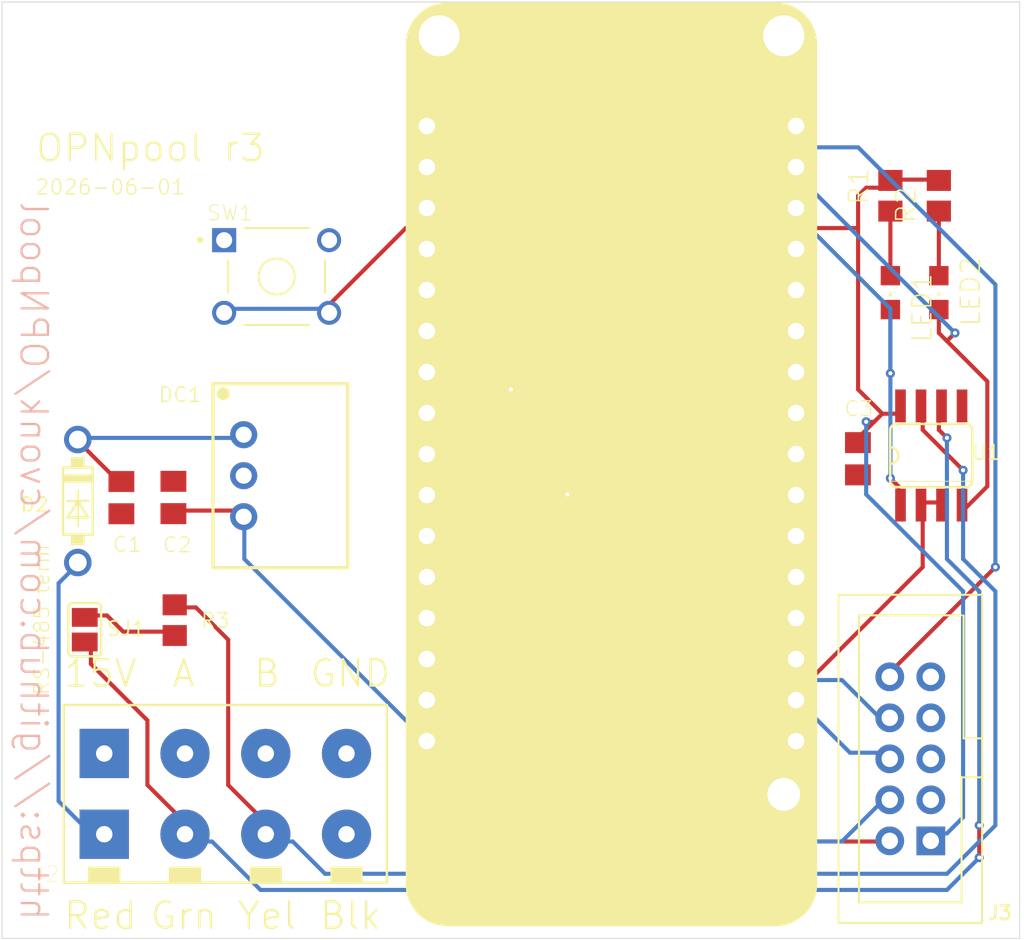
<source format=kicad_pcb>
(kicad_pcb (version 20241229) (generator "pcbnew") (generator_version "9.0")
  (layers (0 "F.Cu" signal) (2 "B.Cu" signal) (13 "F.Paste" user) (15 "B.Paste" user) (5 "F.SilkS" user "F.Silkscreen") (7 "B.SilkS" user "B.Silkscreen") (1 "F.Mask" user) (3 "B.Mask" user) (25 "Edge.Cuts" user))
  (net 0 "")
  (net 1 "GND")
  (net 2 "N$5")
  (net 3 "15V")
  (net 4 "JTAG_MS")
  (net 5 "JTAG_CK")
  (net 6 "JTAG_DO")
  (net 7 "JTAG_DI")
  (net 8 "JTAG_~{RST}")
  (net 9 "RX2")
  (net 10 "B")
  (net 11 "A")
  (net 12 "VOUT")
  (net 13 "VIN")
  (net 14 "TX")
  (net 15 "RTS")
  (net 16 "3V3")
  (net 17 "N$3")
  (net 18 "N$1")
  (net 19 "N$2")
  (footprint "OPNpool_r3:dummyfp1" (layer "F.Cu") (at 175.8011 80.0036)
    (property "Reference" "UNK_HOLE_1" (hide yes))
    (property "Value" "")
    (pad "" np_thru_hole circle (at 0 0) (size 4 4) (drill 4) (layers "*.Cu" "*.Mask"))
  )
  (footprint "OPNpool_r3:R0805_334" (layer "F.Cu") (at 175.0011 88.0036 90)
    (property "Reference" "R2" (at 0.635 -2.73 90) (layer "F.SilkS") (effects (font (size 1.176528 1.176528) (thickness 0.093472)) (justify right top)))
    (property "Value" "68Ω" (hide yes))
    (pad "1" smd rect (at -0.95 0 90) (size 1.3 1.5) (layers "F.Cu" "F.Mask" "F.Paste") (net 19 "N$2"))
    (pad "2" smd rect (at 0.95 0 90) (size 1.3 1.5) (layers "F.Cu" "F.Mask" "F.Paste") (net 16 "3V3"))
  )
  (footprint "OPNpool_r3:CHIPLED_0805" (layer "F.Cu") (at 172.0011 94.0036 180)
    (property "Reference" "LED1" (at -1.27 1.27 90) (layer "F.SilkS") (effects (font (size 1.176528 1.176528) (thickness 0.093472)) (justify right top)))
    (property "Value" "RX")
    (fp_poly (pts (xy -0.1 0) (xy 0.1 0) (xy 0.1 -0.2) (xy -0.1 -0.2)) (fill yes) (layer "F.SilkS"))
    (pad "A" smd rect (at 0 1.05 180) (size 1.2 1.2) (layers "F.Cu" "F.Mask" "F.Paste") (net 18 "N$1"))
    (pad "C" smd rect (at 0 -1.05 180) (size 1.2 1.2) (layers "F.Cu" "F.Mask" "F.Paste") (net 9 "RX2"))
  )
  (footprint "OPNpool_r3:2X05_SHROUDED" (layer "F.Cu") (at 173.2311 122.8836 90)
    (property "Reference" "J3" (at -9.048 6.383 0) (layer "F.SilkS") (effects (font (size 0.850038 0.850038) (thickness 0.149962)) (justify right top)))
    (property "Value" "ESP-JTAG-2X05")
    (fp_line (start 10.16 -4.445) (end -10.16 -4.445) (stroke (width 0.127)) (layer "F.SilkS"))
    (fp_line (start -10.16 -4.445) (end -10.16 4.445) (stroke (width 0.127)) (layer "F.SilkS"))
    (fp_line (start 8.89 -3.175) (end -8.89 -3.175) (stroke (width 0.127)) (layer "F.SilkS"))
    (fp_line (start -8.89 -3.175) (end -8.89 3.175) (stroke (width 0.127)) (layer "F.SilkS"))
    (fp_line (start 8.89 3.175) (end 8.89 -3.175) (stroke (width 0.127)) (layer "F.SilkS"))
    (fp_line (start -1.143 3.175) (end -1.143 4.445) (stroke (width 0.127)) (layer "F.SilkS"))
    (fp_line (start -8.89 3.175) (end -1.143 3.175) (stroke (width 0.127)) (layer "F.SilkS"))
    (fp_line (start 8.89 3.302) (end 1.27 3.302) (stroke (width 0.127)) (layer "F.SilkS"))
    (fp_line (start 1.27 3.302) (end 1.27 4.445) (stroke (width 0.127)) (layer "F.SilkS"))
    (fp_line (start 10.16 4.445) (end 10.16 -4.445) (stroke (width 0.127)) (layer "F.SilkS"))
    (fp_line (start 1.27 4.445) (end 10.16 4.445) (stroke (width 0.127)) (layer "F.SilkS"))
    (fp_line (start -1.143 4.445) (end 1.27 4.445) (stroke (width 0.127)) (layer "F.SilkS"))
    (fp_line (start -1.143 4.445) (end -10.16 4.445) (stroke (width 0.127)) (layer "F.SilkS"))
    (pad "1" thru_hole rect (at -5.08 1.27 90) (size 1.778 1.778) (drill 1.016) (layers "*.Cu" "*.Mask") (net 16 "3V3"))
    (pad "2" thru_hole circle (at -5.08 -1.27 90) (size 1.778 1.778) (drill 1.016) (layers "*.Cu" "*.Mask") (net 4 "JTAG_MS"))
    (pad "3" thru_hole circle (at -2.54 1.27 90) (size 1.778 1.778) (drill 1.016) (layers "*.Cu" "*.Mask") (net 1 "GND"))
    (pad "4" thru_hole circle (at -2.54 -1.27 90) (size 1.778 1.778) (drill 1.016) (layers "*.Cu" "*.Mask") (net 5 "JTAG_CK"))
    (pad "5" thru_hole circle (at 0 1.27 90) (size 1.778 1.778) (drill 1.016) (layers "*.Cu" "*.Mask") (net 1 "GND"))
    (pad "6" thru_hole circle (at 0 -1.27 90) (size 1.778 1.778) (drill 1.016) (layers "*.Cu" "*.Mask") (net 6 "JTAG_DO"))
    (pad "7" thru_hole circle (at 2.54 1.27 90) (size 1.778 1.778) (drill 1.016) (layers "*.Cu" "*.Mask") (net 1 "GND"))
    (pad "8" thru_hole circle (at 2.54 -1.27 90) (size 1.778 1.778) (drill 1.016) (layers "*.Cu" "*.Mask") (net 7 "JTAG_DI"))
    (pad "9" thru_hole circle (at 5.08 1.27 90) (size 1.778 1.778) (drill 1.016) (layers "*.Cu" "*.Mask") (net 1 "GND"))
    (pad "10" thru_hole circle (at 5.08 -1.27 90) (size 1.778 1.778) (drill 1.016) (layers "*.Cu" "*.Mask") (net 8 "JTAG_~{RST}"))
  )
  (footprint "OPNpool_r3:C0805K_334" (layer "F.Cu") (at 127.6111 106.6936 90)
    (property "Reference" "C2" (at -3.475 -0.72 0) (layer "F.SilkS") (effects (font (size 0.925222 0.925222) (thickness 0.074778)) (justify left bottom)))
    (property "Value" "10uF mlcc" (hide yes))
    (pad "1" smd rect (at -1 0 90) (size 1.3 1.6) (layers "F.Cu" "F.Mask" "F.Paste") (net 12 "VOUT"))
    (pad "2" smd rect (at 1 0 90) (size 1.3 1.6) (layers "F.Cu" "F.Mask" "F.Paste") (net 1 "GND"))
  )
  (footprint "OPNpool_r3:R0805_334" (layer "F.Cu") (at 127.6911 114.2936 -90)
    (property "Reference" "R3" (at 0.55 -1.565 0) (layer "F.SilkS") (effects (font (size 0.906528 0.906528) (thickness 0.093472)) (justify left bottom)))
    (property "Value" "120Ω" (hide yes))
    (pad "1" smd rect (at -0.95 0 270) (size 1.3 1.5) (layers "F.Cu" "F.Mask" "F.Paste") (net 10 "B"))
    (pad "2" smd rect (at 0.95 0 270) (size 1.3 1.5) (layers "F.Cu" "F.Mask" "F.Paste") (net 2 "N$5"))
  )
  (footprint "OPNpool_r3:R0805_334" (layer "F.Cu") (at 172.0011 88.0036 90)
    (property "Reference" "R1" (at -0.635 -1.27 90) (layer "F.SilkS") (effects (font (size 1.176528 1.176528) (thickness 0.093472)) (justify left bottom)))
    (property "Value" "68Ω" (hide yes))
    (pad "1" smd rect (at -0.95 0 90) (size 1.3 1.5) (layers "F.Cu" "F.Mask" "F.Paste") (net 18 "N$1"))
    (pad "2" smd rect (at 0.95 0 90) (size 1.3 1.5) (layers "F.Cu" "F.Mask" "F.Paste") (net 16 "3V3"))
  )
  (footprint "OPNpool_r3:C0805K_334" (layer "F.Cu") (at 124.3911 106.7036 -90)
    (property "Reference" "C1" (at 3.435 0.59 0) (layer "F.SilkS") (effects (font (size 0.925222 0.925222) (thickness 0.074778)) (justify left bottom)))
    (property "Value" "10uF mlcc 25V" (hide yes))
    (pad "1" smd rect (at -1 0 270) (size 1.3 1.6) (layers "F.Cu" "F.Mask" "F.Paste") (net 13 "VIN"))
    (pad "2" smd rect (at 1 0 270) (size 1.3 1.6) (layers "F.Cu" "F.Mask" "F.Paste") (net 1 "GND"))
  )
  (footprint "OPNpool_r3:C0805K_334" (layer "F.Cu") (at 169.9911 104.2936 -90)
    (property "Reference" "C3" (at -2.555 0.9 0) (layer "F.SilkS") (effects (font (size 0.925222 0.925222) (thickness 0.074778)) (justify left bottom)))
    (property "Value" "0.1uF cer." (hide yes))
    (pad "1" smd rect (at -1 0 270) (size 1.3 1.6) (layers "F.Cu" "F.Mask" "F.Paste") (net 16 "3V3"))
    (pad "2" smd rect (at 1 0 270) (size 1.3 1.6) (layers "F.Cu" "F.Mask" "F.Paste") (net 1 "GND"))
  )
  (footprint "OPNpool_r3:SO08" (layer "F.Cu") (at 174.5311 104.0936)
    (property "Reference" "U1" (at 4.365 -0.699 0) (layer "F.SilkS") (effects (font (size 0.8857 0.8857) (thickness 0.1143)) (justify right top)))
    (property "Value" "MAX3485CSA+" (hide yes))
    (fp_line (start -2.54 -1.5748) (end -2.54 -0.508) (stroke (width 0.1524)) (layer "F.SilkS"))
    (fp_line (start -2.54 -0.508) (end -2.54 0.508) (stroke (width 0.1524)) (layer "F.SilkS"))
    (fp_line (start -2.54 0.508) (end -2.54 1.5748) (stroke (width 0.1524)) (layer "F.SilkS"))
    (fp_line (start -2.54 1.6002) (end 2.54 1.6002) (stroke (width 0.0508)) (layer "F.SilkS"))
    (fp_line (start -2.159 1.9558) (end 2.159 1.9558) (stroke (width 0.1524)) (layer "F.SilkS"))
    (fp_line (start 2.159 -1.9558) (end -2.159 -1.9558) (stroke (width 0.1524)) (layer "F.SilkS"))
    (fp_line (start 2.54 1.5748) (end 2.54 -1.5748) (stroke (width 0.1524)) (layer "F.SilkS"))
    (fp_arc (start -2.54 -1.5748) (mid -2.428408 -1.844208) (end -2.159 -1.9558) (stroke (width 0.1524)) (layer "F.SilkS"))
    (fp_arc (start -2.54 -0.508) (mid -2.032 0) (end -2.54 0.508) (stroke (width 0.1524)) (layer "F.SilkS"))
    (fp_arc (start -2.159 1.9558) (mid -2.428408 1.844208) (end -2.54 1.5748) (stroke (width 0.1524)) (layer "F.SilkS"))
    (fp_arc (start 2.159 -1.9558) (mid 2.428408 -1.844208) (end 2.54 -1.5748) (stroke (width 0.1524)) (layer "F.SilkS"))
    (fp_arc (start 2.54 1.5748) (mid 2.428408 1.844208) (end 2.159 1.9558) (stroke (width 0.1524)) (layer "F.SilkS"))
    (pad "1" smd rect (at -1.905 3.0734) (size 0.6604 2.032) (layers "F.Cu" "F.Mask" "F.Paste") (net 9 "RX2"))
    (pad "2" smd rect (at -0.635 3.0734) (size 0.6604 2.032) (layers "F.Cu" "F.Mask" "F.Paste") (net 15 "RTS"))
    (pad "3" smd rect (at 0.635 3.0734) (size 0.6604 2.032) (layers "F.Cu" "F.Mask" "F.Paste") (net 15 "RTS"))
    (pad "4" smd rect (at 1.905 3.0734) (size 0.6604 2.032) (layers "F.Cu" "F.Mask" "F.Paste") (net 14 "TX"))
    (pad "5" smd rect (at 1.905 -3.0734) (size 0.6604 2.032) (layers "F.Cu" "F.Mask" "F.Paste") (net 1 "GND"))
    (pad "6" smd rect (at 0.635 -3.0734) (size 0.6604 2.032) (layers "F.Cu" "F.Mask" "F.Paste") (net 11 "A"))
    (pad "7" smd rect (at -0.635 -3.0734) (size 0.6604 2.032) (layers "F.Cu" "F.Mask" "F.Paste") (net 10 "B"))
    (pad "8" smd rect (at -1.905 -3.0734) (size 0.6604 2.032) (layers "F.Cu" "F.Mask" "F.Paste") (net 16 "3V3"))
  )
  (footprint "OPNpool_r3:TE_1-1825910-4" (layer "F.Cu") (at 134.0011 93.0036)
    (property "Reference" "SW1" (at -4.357082 -3.386059 0) (layer "F.SilkS") (effects (font (size 0.941046 0.941046) (thickness 0.058954)) (justify left bottom)))
    (property "Value" "Factory (5 sec)")
    (fp_line (start -3 -1) (end -3 1) (stroke (width 0.127)) (layer "F.SilkS"))
    (fp_line (start -2 -3) (end 2 -3) (stroke (width 0.127)) (layer "F.SilkS"))
    (fp_line (start -2 3) (end 2 3) (stroke (width 0.127)) (layer "F.SilkS"))
    (fp_line (start 3 -1) (end 3 1) (stroke (width 0.127)) (layer "F.SilkS"))
    (fp_circle (center -4.733 -2.2711) (end -4.633 -2.2711) (stroke (width 0.2)) (fill no) (layer "F.SilkS"))
    (fp_circle (center 0 0) (end 1.118031 0) (stroke (width 0.127)) (fill no) (layer "F.SilkS"))
    (pad "1" thru_hole rect (at -3.25 -2.25) (size 1.485 1.485) (drill 0.99) (layers "*.Cu" "*.Mask") (net 1 "GND"))
    (pad "2" thru_hole circle (at 3.25 -2.25) (size 1.485 1.485) (drill 0.99) (layers "*.Cu" "*.Mask") (net 1 "GND"))
    (pad "3" thru_hole circle (at -3.25 2.25) (size 1.485 1.485) (drill 0.99) (layers "*.Cu" "*.Mask") (net 17 "N$3"))
    (pad "4" thru_hole circle (at 3.25 2.25) (size 1.485 1.485) (drill 0.99) (layers "*.Cu" "*.Mask") (net 17 "N$3"))
  )
  (footprint "OPNpool_r3:SJ_252" (layer "F.Cu") (at 122.1211 114.8836 -90)
    (property "Reference" "SJ1" (at 0.457 -1.309 0) (layer "F.SilkS") (effects (font (size 0.8857 0.8857) (thickness 0.1143)) (justify left bottom)))
    (property "Value" "OPEN")
    (fp_line (start 1.397 1.016) (end -1.397 1.016) (stroke (width 0.1524)) (layer "F.SilkS"))
    (fp_line (start -1.651 0.762) (end -1.651 -0.762) (stroke (width 0.1524)) (layer "F.SilkS"))
    (fp_line (start 1.651 0.762) (end 1.651 -0.762) (stroke (width 0.1524)) (layer "F.SilkS"))
    (fp_line (start -1.397 -1.016) (end 1.397 -1.016) (stroke (width 0.1524)) (layer "F.SilkS"))
    (fp_arc (start -1.397 1.016) (mid -1.576605 0.941605) (end -1.651 0.762) (stroke (width 0.1524)) (layer "F.SilkS"))
    (fp_arc (start 1.651 0.762) (mid 1.576605 0.941605) (end 1.397 1.016) (stroke (width 0.1524)) (layer "F.SilkS"))
    (fp_arc (start -1.651 -0.762) (mid -1.576605 -0.941605) (end -1.397 -1.016) (stroke (width 0.1524)) (layer "F.SilkS"))
    (fp_arc (start 1.397 -1.016) (mid 1.576605 -0.941605) (end 1.651 -0.762) (stroke (width 0.1524)) (layer "F.SilkS"))
    (pad "1" smd rect (at -0.762 0 270) (size 1.1684 1.6002) (layers "F.Cu" "F.Mask" "F.Paste") (net 2 "N$5"))
    (pad "2" smd rect (at 0.762 0 270) (size 1.1684 1.6002) (layers "F.Cu" "F.Mask" "F.Paste") (net 11 "A"))
  )
  (footprint "OPNpool_r3:SPTAF1_4-5,0-LL" (layer "F.Cu") (at 131.0411 125.0136)
    (property "Reference" "J2" (at -12.143 5.58 0) (layer "F.SilkS") (effects (font (size 0.970089 0.970089) (thickness 0.029911)) (justify left bottom)))
    (property "Value" "RS485-TERM-SPTAF")
    (fp_line (start -10.213 -5.46) (end -10.213 5.54) (stroke (width 0.1524)) (layer "F.SilkS"))
    (fp_line (start -10.213 5.54) (end 9.787 5.54) (stroke (width 0.1524)) (layer "F.SilkS"))
    (fp_line (start 9.787 -5.46) (end -10.213 -5.46) (stroke (width 0.1524)) (layer "F.SilkS"))
    (fp_line (start 9.787 5.54) (end 9.787 -5.46) (stroke (width 0.1524)) (layer "F.SilkS"))
    (fp_poly (pts (xy -6.713 4.54) (xy -8.713 4.54) (xy -8.713 5.54) (xy -6.713 5.54)) (fill yes) (layer "F.SilkS"))
    (fp_poly (pts (xy -1.713 4.54) (xy -3.713 4.54) (xy -3.713 5.54) (xy -1.713 5.54)) (fill yes) (layer "F.SilkS"))
    (fp_poly (pts (xy 3.287 4.54) (xy 1.287 4.54) (xy 1.287 5.54) (xy 3.287 5.54)) (fill yes) (layer "F.SilkS"))
    (fp_poly (pts (xy 8.287 4.54) (xy 6.287 4.54) (xy 6.287 5.54) (xy 8.287 5.54)) (fill yes) (layer "F.SilkS"))
    (fp_text user "GND" (at 7.527 -6.46 0) (layer "F.SilkS") (effects (font (size 1.63576 1.63576) (thickness 0.14224)) (justify bottom)))
    (fp_text user "Yel" (at 2.367 8.54 0) (layer "F.SilkS") (effects (font (size 1.63576 1.63576) (thickness 0.14224)) (justify bottom)))
    (fp_text user "Grn" (at -2.793 8.54 0) (layer "F.SilkS") (effects (font (size 1.63576 1.63576) (thickness 0.14224)) (justify bottom)))
    (fp_text user "Red" (at -7.953 8.54 0) (layer "F.SilkS") (effects (font (size 1.63576 1.63576) (thickness 0.14224)) (justify bottom)))
    (fp_text user "B" (at 2.367 -6.46 0) (layer "F.SilkS") (effects (font (size 1.63576 1.63576) (thickness 0.14224)) (justify bottom)))
    (fp_text user "15V" (at -7.953 -6.46 0) (layer "F.SilkS") (effects (font (size 1.63576 1.63576) (thickness 0.14224)) (justify bottom)))
    (fp_text user "Blk" (at 7.527 8.54 0) (layer "F.SilkS") (effects (font (size 1.63576 1.63576) (thickness 0.14224)) (justify bottom)))
    (fp_text user "A" (at -2.793 -6.46 0) (layer "F.SilkS") (effects (font (size 1.63576 1.63576) (thickness 0.14224)) (justify bottom)))
    (pad "1" thru_hole rect (at -7.713 2.54 180) (size 3.048 3.048) (drill 1.016) (layers "*.Cu" "*.Mask") (net 3 "15V"))
    (pad "1@1" thru_hole rect (at -7.713 -2.46 180) (size 3.048 3.048) (drill 1.016) (layers "*.Cu" "*.Mask"))
    (pad "2" thru_hole circle (at -2.713 2.54 180) (size 3.048 3.048) (drill 1.016) (layers "*.Cu" "*.Mask") (net 11 "A"))
    (pad "2@1" thru_hole circle (at -2.713 -2.46 180) (size 3.048 3.048) (drill 1.016) (layers "*.Cu" "*.Mask"))
    (pad "3" thru_hole circle (at 2.287 2.54 180) (size 3.048 3.048) (drill 1.016) (layers "*.Cu" "*.Mask") (net 10 "B"))
    (pad "3@1" thru_hole circle (at 2.287 -2.46 180) (size 3.048 3.048) (drill 1.016) (layers "*.Cu" "*.Mask"))
    (pad "4" thru_hole circle (at 7.287 2.54 180) (size 3.048 3.048) (drill 1.016) (layers "*.Cu" "*.Mask") (net 1 "GND"))
    (pad "4@1" thru_hole circle (at 7.287 -2.46 180) (size 3.048 3.048) (drill 1.016) (layers "*.Cu" "*.Mask"))
  )
  (footprint "OPNpool_r3:LOLIN-D32" (layer "F.Cu") (at 156.0011 104.0036 90)
    (property "Reference" "PCB1" (hide yes))
    (property "Value" "LOLIN-D32" (hide yes))
    (fp_poly (pts (xy 25.710764 -13.989372) (xy 26.016997 -13.933252) (xy 26.314231 -13.84063) (xy 26.598135 -13.712856) (xy 26.864567 -13.551792) (xy 27.109643 -13.359787) (xy 27.329787 -13.139643) (xy 27.521792 -12.894567) (xy 27.682856 -12.628135) (xy 27.81063 -12.344231) (xy 27.903252 -12.046997) (xy 27.959372 -11.740764) (xy 27.9781 -11.431151) (xy 27.9781 8.891151) (xy 27.959372 9.200764) (xy 27.903252 9.506997) (xy 27.81063 9.804231) (xy 27.682856 10.088135) (xy 27.521792 10.354567) (xy 27.329787 10.599643) (xy 27.109643 10.819787) (xy 26.864567 11.011792) (xy 26.598135 11.172856) (xy 26.314231 11.30063) (xy 26.016997 11.393252) (xy 25.710764 11.449372) (xy 25.401151 11.4681) (xy -26.671151 11.4681) (xy -26.980764 11.449372) (xy -27.286997 11.393252) (xy -27.584231 11.30063) (xy -27.868135 11.172856) (xy -28.134567 11.011792) (xy -28.379643 10.819787) (xy -28.599787 10.599643) (xy -28.791792 10.354567) (xy -28.952856 10.088135) (xy -29.08063 9.804231) (xy -29.173252 9.506997) (xy -29.229372 9.200764) (xy -29.2481 8.891151) (xy -29.2481 -11.432305) (xy -29.173597 -12.045891) (xy -29.08063 -12.344231) (xy -28.952856 -12.628135) (xy -28.791792 -12.894567) (xy -28.599787 -13.139643) (xy -28.379643 -13.359787) (xy -28.134567 -13.551792) (xy -27.868135 -13.712856) (xy -27.584231 -13.84063) (xy -27.286997 -13.933252) (xy -26.980764 -13.989372) (xy -26.671151 -14.0081) (xy 25.401151 -14.0081)) (fill yes) (layer "F.SilkS"))
    (fp_text user "LOLIN D32" (at -20.32 0 90) (layer "F.SilkS") (effects (font (size 2.3368 2.3368) (thickness 0.2032)) (justify left bottom)))
    (pad "" np_thru_hole circle (at 25.908 -11.938 90) (size 2.54 2.54) (drill 2.54) (layers "*.Cu" "*.Mask"))
    (pad "" np_thru_hole circle (at 25.908 9.398 90) (size 2.54 2.54) (drill 2.54) (layers "*.Cu" "*.Mask"))
    (pad "0" thru_hole circle (at -10.16 10.16 90) (size 1.778 1.778) (drill 1.016) (layers "*.Cu" "*.Mask") (net 17 "N$3"))
    (pad "2" thru_hole circle (at -12.7 10.16 90) (size 1.778 1.778) (drill 1.016) (layers "*.Cu" "*.Mask"))
    (pad "3V3" thru_hole circle (at 20.32 -12.7 90) (size 1.778 1.778) (drill 1.016) (layers "*.Cu" "*.Mask") (net 16 "3V3"))
    (pad "4" thru_hole circle (at -7.62 10.16 90) (size 1.778 1.778) (drill 1.016) (layers "*.Cu" "*.Mask"))
    (pad "5" thru_hole circle (at 0 10.16 90) (size 1.778 1.778) (drill 1.016) (layers "*.Cu" "*.Mask"))
    (pad "12" thru_hole circle (at -7.62 -12.7 90) (size 1.778 1.778) (drill 1.016) (layers "*.Cu" "*.Mask") (net 7 "JTAG_DI"))
    (pad "13" thru_hole circle (at -10.16 -12.7 90) (size 1.778 1.778) (drill 1.016) (layers "*.Cu" "*.Mask") (net 5 "JTAG_CK"))
    (pad "14" thru_hole circle (at -5.08 -12.7 90) (size 1.778 1.778) (drill 1.016) (layers "*.Cu" "*.Mask") (net 4 "JTAG_MS"))
    (pad "15" thru_hole circle (at -15.24 10.16 90) (size 1.778 1.778) (drill 1.016) (layers "*.Cu" "*.Mask") (net 6 "JTAG_DO"))
    (pad "16" thru_hole circle (at -5.08 10.16 90) (size 1.778 1.778) (drill 1.016) (layers "*.Cu" "*.Mask"))
    (pad "17" thru_hole circle (at -2.54 10.16 90) (size 1.778 1.778) (drill 1.016) (layers "*.Cu" "*.Mask"))
    (pad "18" thru_hole circle (at 2.54 10.16 90) (size 1.778 1.778) (drill 1.016) (layers "*.Cu" "*.Mask"))
    (pad "19" thru_hole circle (at 5.08 10.16 90) (size 1.778 1.778) (drill 1.016) (layers "*.Cu" "*.Mask"))
    (pad "21" thru_hole circle (at 7.62 10.16 90) (size 1.778 1.778) (drill 1.016) (layers "*.Cu" "*.Mask"))
    (pad "22" thru_hole circle (at 15.24 10.16 90) (size 1.778 1.778) (drill 1.016) (layers "*.Cu" "*.Mask"))
    (pad "23" thru_hole circle (at 17.78 10.16 90) (size 1.778 1.778) (drill 1.016) (layers "*.Cu" "*.Mask"))
    (pad "25" thru_hole circle (at 2.54 -12.7 90) (size 1.778 1.778) (drill 1.016) (layers "*.Cu" "*.Mask") (net 9 "RX2"))
    (pad "26" thru_hole circle (at 0 -12.7 90) (size 1.778 1.778) (drill 1.016) (layers "*.Cu" "*.Mask") (net 14 "TX"))
    (pad "27" thru_hole circle (at -2.54 -12.7 90) (size 1.778 1.778) (drill 1.016) (layers "*.Cu" "*.Mask") (net 15 "RTS"))
    (pad "32" thru_hole circle (at 7.62 -12.7 90) (size 1.778 1.778) (drill 1.016) (layers "*.Cu" "*.Mask"))
    (pad "33" thru_hole circle (at 5.08 -12.7 90) (size 1.778 1.778) (drill 1.016) (layers "*.Cu" "*.Mask"))
    (pad "34" thru_hole circle (at 10.16 -12.7 90) (size 1.778 1.778) (drill 1.016) (layers "*.Cu" "*.Mask") (net 1 "GND"))
    (pad "BAT" thru_hole circle (at -17.78 -12.7 90) (size 1.778 1.778) (drill 1.016) (layers "*.Cu" "*.Mask") (net 12 "VOUT"))
    (pad "EN" thru_hole circle (at -12.7 -12.7 90) (size 1.778 1.778) (drill 1.016) (layers "*.Cu" "*.Mask"))
    (pad "GND" thru_hole circle (at -17.78 10.16 90) (size 1.778 1.778) (drill 1.016) (layers "*.Cu" "*.Mask") (net 1 "GND"))
    (pad "GND@1" thru_hole circle (at 20.32 10.16 90) (size 1.778 1.778) (drill 1.016) (layers "*.Cu" "*.Mask") (net 1 "GND"))
    (pad "GND@2" thru_hole circle (at -21.082 9.398 90) (size 3.302 3.302) (drill 2.032) (layers "*.Cu" "*.Mask") (net 1 "GND"))
    (pad "RS" thru_hole circle (at 17.78 -12.7 90) (size 1.778 1.778) (drill 1.016) (layers "*.Cu" "*.Mask") (net 8 "JTAG_~{RST}"))
    (pad "RX" thru_hole circle (at 10.16 10.16 90) (size 1.778 1.778) (drill 1.016) (layers "*.Cu" "*.Mask"))
    (pad "TX" thru_hole circle (at 12.7 10.16 90) (size 1.778 1.778) (drill 1.016) (layers "*.Cu" "*.Mask"))
    (pad "USB_5V" thru_hole circle (at -15.24 -12.7 90) (size 1.778 1.778) (drill 1.016) (layers "*.Cu" "*.Mask"))
    (pad "VN" thru_hole circle (at 12.7 -12.7 90) (size 1.778 1.778) (drill 1.016) (layers "*.Cu" "*.Mask") (net 1 "GND"))
    (pad "VP" thru_hole circle (at 15.24 -12.7 90) (size 1.778 1.778) (drill 1.016) (layers "*.Cu" "*.Mask") (net 1 "GND"))
  )
  (footprint "OPNpool_r3:SIP3" (layer "F.Cu") (at 134.5011 105.3436 -90)
    (property "Reference" "DC1" (at -4.49 7.875 0) (layer "F.SilkS") (effects (font (size 0.906528 0.906528) (thickness 0.093472)) (justify left bottom)))
    (property "Value" "R-78E5.0-0.5")
    (fp_line (start -5.6968 4.44) (end 5.6968 4.44) (stroke (width 0.2032)) (layer "F.SilkS"))
    (fp_line (start 5.6968 4.44) (end 5.6968 -3.9) (stroke (width 0.2032)) (layer "F.SilkS"))
    (fp_line (start -5.6968 -3.9) (end -5.6968 4.44) (stroke (width 0.2032)) (layer "F.SilkS"))
    (fp_line (start 5.6968 -3.9) (end -5.6968 -3.9) (stroke (width 0.2032)) (layer "F.SilkS"))
    (fp_circle (center -5.08 3.81) (end -4.876946 3.81) (stroke (width 0.406109)) (fill yes) (layer "F.SilkS"))
    (pad "1" thru_hole circle (at -2.54 2.54 270) (size 1.6764 1.6764) (drill 1) (layers "*.Cu" "*.Mask") (net 13 "VIN"))
    (pad "2" thru_hole circle (at 0 2.54 270) (size 1.6764 1.6764) (drill 1) (layers "*.Cu" "*.Mask") (net 1 "GND"))
    (pad "3" thru_hole circle (at 2.54 2.54 270) (size 1.6764 1.6764) (drill 1) (layers "*.Cu" "*.Mask") (net 12 "VOUT"))
  )
  (footprint "OPNpool_r3:DO41-7.6" (layer "F.Cu") (at 121.6911 106.9136 -90)
    (property "Reference" "D2" (at 0.749 3.612 0) (layer "F.SilkS") (effects (font (size 0.8857 0.8857) (thickness 0.1143)) (justify left bottom)))
    (property "Value" "1N5818" (hide yes))
    (fp_line (start 2.082 0.92) (end -2.082 0.92) (stroke (width 0.1524)) (layer "F.SilkS"))
    (fp_line (start 2.082 0.92) (end 2.082 -0.92) (stroke (width 0.1524)) (layer "F.SilkS"))
    (fp_line (start 1.016 0.635) (end 0 0) (stroke (width 0.1524)) (layer "F.SilkS"))
    (fp_line (start -0.635 0) (end 0 0) (stroke (width 0.1524)) (layer "F.SilkS"))
    (fp_line (start 0 0) (end 0 0.635) (stroke (width 0.1524)) (layer "F.SilkS"))
    (fp_line (start 0 0) (end 1.524 0) (stroke (width 0.1524)) (layer "F.SilkS"))
    (fp_line (start 0 0) (end 1.016 -0.635) (stroke (width 0.1524)) (layer "F.SilkS"))
    (fp_line (start 0 -0.635) (end 0 0) (stroke (width 0.1524)) (layer "F.SilkS"))
    (fp_line (start 1.016 -0.635) (end 1.016 0.635) (stroke (width 0.1524)) (layer "F.SilkS"))
    (fp_line (start -2.082 -0.92) (end -2.082 0.92) (stroke (width 0.1524)) (layer "F.SilkS"))
    (fp_line (start -2.082 -0.92) (end 2.082 -0.92) (stroke (width 0.1524)) (layer "F.SilkS"))
    (fp_poly (pts (xy -1.651 0.95) (xy -1.143 0.95) (xy -1.143 -0.92) (xy -1.651 -0.92)) (fill yes) (layer "F.SilkS"))
    (fp_poly (pts (xy -2.717 0.425) (xy -2.082 0.425) (xy -2.082 -0.425) (xy -2.717 -0.425)) (fill yes) (layer "F.SilkS"))
    (fp_poly (pts (xy 2.082 0.425) (xy 2.717 0.425) (xy 2.717 -0.425) (xy 2.082 -0.425)) (fill yes) (layer "F.SilkS"))
    (pad "A" thru_hole circle (at 3.81 0 270) (size 1.7 1.7) (drill 1.1) (layers "*.Cu" "*.Mask") (net 3 "15V"))
    (pad "C" thru_hole circle (at -3.81 0 270) (size 1.7 1.7) (drill 1.1) (layers "*.Cu" "*.Mask") (net 13 "VIN"))
  )
  (footprint "OPNpool_r3:CHIPLED_0805" (layer "F.Cu") (at 175.0011 94.0036 180)
    (property "Reference" "LED2" (at -1.27 2.27 90) (layer "F.SilkS") (effects (font (size 1.176528 1.176528) (thickness 0.093472)) (justify right top)))
    (property "Value" "TX")
    (fp_poly (pts (xy -0.1 0) (xy 0.1 0) (xy 0.1 -0.2) (xy -0.1 -0.2)) (fill yes) (layer "F.SilkS"))
    (pad "A" smd rect (at 0 1.05 180) (size 1.2 1.2) (layers "F.Cu" "F.Mask" "F.Paste") (net 19 "N$2"))
    (pad "C" smd rect (at 0 -1.05 180) (size 1.2 1.2) (layers "F.Cu" "F.Mask" "F.Paste") (net 14 "TX"))
  )
  (footprint "OPNpool_r3:dummyfp0" (layer "F.Cu") (at 131.0011 80.0036)
    (property "Reference" "UNK_HOLE_0" (hide yes))
    (property "Value" "")
    (pad "" np_thru_hole circle (at 0 0) (size 4 4) (drill 4) (layers "*.Cu" "*.Mask"))
  )
  (gr_line (start 117.0011 76.0036) (end 117.0011 134.0036) (stroke (width 0.05)) (layer "Edge.Cuts"))
  (gr_line (start 180.0011 134.0036) (end 180.0011 76.0036) (stroke (width 0.05)) (layer "Edge.Cuts"))
  (gr_line (start 117.0011 134.0036) (end 180.0011 134.0036) (stroke (width 0.05)) (layer "Edge.Cuts"))
  (gr_line (start 180.0011 76.0036) (end 117.0011 76.0036) (stroke (width 0.05)) (layer "Edge.Cuts"))
  (gr_text "RS-485 term" (at 120.0011 119.0036 90) (layer "F.SilkS") (effects (font (size 0.92 0.92) (thickness 0.08)) (justify left bottom)))
  (gr_text "${CURRENT_DATE}" (at 119.0011 88.0036 0) (layer "F.SilkS") (effects (font (size 0.92 0.92) (thickness 0.08)) (justify left bottom)))
  (gr_text "OPNpool r3" (at 119.0011 86.0036 0) (layer "F.SilkS") (effects (font (size 1.63576 1.63576) (thickness 0.14224)) (justify left bottom)))
  (gr_text "https://github.com/cvonk/OPNpool" (at 118.0011 133.0036 -90) (layer "B.SilkS") (effects (font (size 1.63576 1.63576) (thickness 0.14224)) (justify left bottom mirror)))
  (segment (start 124.5011 115.0036) (end 127.5011 115.0036) (width 0.254) (layer "F.Cu") (net 2))
  (segment (start 123.5011 114.0036) (end 124.5011 115.0036) (width 0.254) (layer "F.Cu") (net 2))
  (segment (start 122.5011 114.0036) (end 122.1211 114.1216) (width 0.254) (layer "F.Cu") (net 2))
  (segment (start 122.5011 114.0036) (end 123.5011 114.0036) (width 0.254) (layer "F.Cu") (net 2))
  (segment (start 127.5011 115.0036) (end 127.6911 115.2436) (width 0.254) (layer "F.Cu") (net 2))
  (segment (start 123.0011 128.0036) (end 123.3281 127.5536) (width 0.254) (layer "B.Cu") (net 3))
  (segment (start 121.5011 111.0036) (end 121.6911 110.7236) (width 0.254) (layer "B.Cu") (net 3))
  (segment (start 120.5011 112.0036) (end 121.5011 111.0036) (width 0.254) (layer "B.Cu") (net 3))
  (segment (start 123.0011 128.0036) (end 120.5011 125.5036) (width 0.254) (layer "B.Cu") (net 3))
  (segment (start 120.5011 125.5036) (end 120.5011 112.0036) (width 0.254) (layer "B.Cu") (net 3))
  (segment (start 171.5011 128.0036) (end 171.9611 127.9636) (width 0.254) (layer "F.Cu") (net 4))
  (segment (start 143.5011 109.0036) (end 143.3011 109.0836) (width 0.254) (layer "F.Cu") (net 4))
  (segment (start 164.5011 128.0036) (end 145.5011 109.0036) (width 0.254) (layer "F.Cu") (net 4))
  (segment (start 145.5011 109.0036) (end 143.5011 109.0036) (width 0.254) (layer "F.Cu") (net 4))
  (segment (start 171.5011 128.0036) (end 164.5011 128.0036) (width 0.254) (layer "F.Cu") (net 4))
  (segment (start 169.0011 128.0036) (end 164.5011 128.0036) (width 0.254) (layer "B.Cu") (net 5))
  (segment (start 153.5011 117.0036) (end 146.0011 117.0036) (width 0.254) (layer "B.Cu") (net 5))
  (segment (start 171.5011 125.5036) (end 171.9611 125.4236) (width 0.254) (layer "B.Cu") (net 5))
  (segment (start 171.5011 125.5036) (end 169.0011 128.0036) (width 0.254) (layer "B.Cu") (net 5))
  (segment (start 164.5011 128.0036) (end 153.5011 117.0036) (width 0.254) (layer "B.Cu") (net 5))
  (segment (start 146.0011 117.0036) (end 143.5011 114.5036) (width 0.254) (layer "B.Cu") (net 5))
  (segment (start 143.5011 114.5036) (end 143.3011 114.1636) (width 0.254) (layer "B.Cu") (net 5))
  (segment (start 169.5011 122.5036) (end 166.5011 119.5036) (width 0.254) (layer "B.Cu") (net 6))
  (segment (start 171.5011 122.5036) (end 171.9611 122.8836) (width 0.254) (layer "B.Cu") (net 6))
  (segment (start 171.5011 122.5036) (end 169.5011 122.5036) (width 0.254) (layer "B.Cu") (net 6))
  (segment (start 166.5011 119.5036) (end 166.1611 119.2436) (width 0.254) (layer "B.Cu") (net 6))
  (segment (start 143.5011 112.0036) (end 143.3011 111.6236) (width 0.254) (layer "B.Cu") (net 7))
  (segment (start 169.0011 118.0036) (end 165.5011 118.0036) (width 0.254) (layer "B.Cu") (net 7))
  (segment (start 171.5011 120.5036) (end 171.9611 120.3436) (width 0.254) (layer "B.Cu") (net 7))
  (segment (start 171.5011 120.5036) (end 169.0011 118.0036) (width 0.254) (layer "B.Cu") (net 7))
  (segment (start 165.5011 118.0036) (end 160.5011 113.0036) (width 0.254) (layer "B.Cu") (net 7))
  (segment (start 160.5011 113.0036) (end 144.5011 113.0036) (width 0.254) (layer "B.Cu") (net 7))
  (segment (start 144.5011 113.0036) (end 143.5011 112.0036) (width 0.254) (layer "B.Cu") (net 7))
  (segment (start 172.0011 117.5036) (end 171.9611 117.8036) (width 0.254) (layer "F.Cu") (net 8))
  (segment (start 178.5011 111.0036) (end 172.0011 117.5036) (width 0.254) (layer "F.Cu") (net 8))
  (via (at 178.5011 111.0036) (size 0.5588) (drill 0.254) (layers "F.Cu" "B.Cu") (net 8))
  (segment (start 144.5011 87.0036) (end 143.5011 86.0036) (width 0.254) (layer "B.Cu") (net 8))
  (segment (start 163.0011 87.0036) (end 144.5011 87.0036) (width 0.254) (layer "B.Cu") (net 8))
  (segment (start 178.5011 93.5036) (end 178.5011 111.0036) (width 0.254) (layer "B.Cu") (net 8))
  (segment (start 170.0011 85.0036) (end 178.5011 93.5036) (width 0.254) (layer "B.Cu") (net 8))
  (segment (start 170.0011 85.0036) (end 165.0011 85.0036) (width 0.254) (layer "B.Cu") (net 8))
  (segment (start 165.0011 85.0036) (end 163.0011 87.0036) (width 0.254) (layer "B.Cu") (net 8))
  (segment (start 143.5011 86.0036) (end 143.3011 86.2236) (width 0.254) (layer "B.Cu") (net 8))
  (segment (start 172.5011 106.0036) (end 172.0011 105.5036) (width 0.254) (layer "F.Cu") (net 9))
  (segment (start 172.5011 107.0036) (end 172.6261 107.167) (width 0.254) (layer "F.Cu") (net 9))
  (segment (start 172.0011 99.0036) (end 172.0011 95.0536) (width 0.254) (layer "F.Cu") (net 9))
  (segment (start 172.5011 107.0036) (end 172.5011 106.0036) (width 0.254) (layer "F.Cu") (net 9))
  (via (at 172.0011 99.0036) (size 0.5588) (drill 0.254) (layers "F.Cu" "B.Cu") (net 9))
  (via (at 172.0011 105.5036) (size 0.5588) (drill 0.254) (layers "F.Cu" "B.Cu") (net 9))
  (segment (start 172.0011 105.5036) (end 172.0011 99.0036) (width 0.254) (layer "B.Cu") (net 9))
  (segment (start 172.0011 95.0036) (end 167.0011 90.0036) (width 0.254) (layer "B.Cu") (net 9))
  (segment (start 167.0011 90.0036) (end 165.5011 90.0036) (width 0.254) (layer "B.Cu") (net 9))
  (segment (start 143.5011 101.0036) (end 143.3011 101.4636) (width 0.254) (layer "B.Cu") (net 9))
  (segment (start 165.5011 90.0036) (end 154.5011 101.0036) (width 0.254) (layer "B.Cu") (net 9))
  (segment (start 154.5011 101.0036) (end 143.5011 101.0036) (width 0.254) (layer "B.Cu") (net 9))
  (segment (start 172.0011 99.0036) (end 172.0011 95.0036) (width 0.254) (layer "B.Cu") (net 9))
  (segment (start 176.5011 105.0036) (end 174.0011 102.5036) (width 0.254) (layer "F.Cu") (net 10))
  (segment (start 129.0011 113.5036) (end 128.0011 113.5036) (width 0.254) (layer "F.Cu") (net 10))
  (segment (start 174.0011 102.5036) (end 174.0011 101.5036) (width 0.254) (layer "F.Cu") (net 10))
  (segment (start 174.0011 101.5036) (end 173.8961 101.0202) (width 0.254) (layer "F.Cu") (net 10))
  (segment (start 133.0011 126.5036) (end 131.0011 124.5036) (width 0.254) (layer "F.Cu") (net 10))
  (segment (start 131.0011 115.5036) (end 129.0011 113.5036) (width 0.254) (layer "F.Cu") (net 10))
  (segment (start 133.0011 127.5036) (end 133.3281 127.5536) (width 0.254) (layer "F.Cu") (net 10))
  (segment (start 133.0011 127.5036) (end 133.0011 126.5036) (width 0.254) (layer "F.Cu") (net 10))
  (segment (start 128.0011 113.5036) (end 127.6911 113.3436) (width 0.254) (layer "F.Cu") (net 10))
  (segment (start 131.0011 124.5036) (end 131.0011 115.5036) (width 0.254) (layer "F.Cu") (net 10))
  (via (at 176.5011 105.0036) (size 0.5588) (drill 0.254) (layers "F.Cu" "B.Cu") (net 10))
  (segment (start 137.0011 130.0036) (end 175.5011 130.0036) (width 0.254) (layer "B.Cu") (net 10))
  (segment (start 175.5011 130.0036) (end 178.5011 127.0036) (width 0.254) (layer "B.Cu") (net 10))
  (segment (start 133.5011 128.0036) (end 135.0011 128.0036) (width 0.254) (layer "B.Cu") (net 10))
  (segment (start 133.5011 128.0036) (end 133.3281 127.5536) (width 0.254) (layer "B.Cu") (net 10))
  (segment (start 176.5011 110.5036) (end 176.5011 105.0036) (width 0.254) (layer "B.Cu") (net 10))
  (segment (start 178.5011 112.5036) (end 176.5011 110.5036) (width 0.254) (layer "B.Cu") (net 10))
  (segment (start 135.0011 128.0036) (end 137.0011 130.0036) (width 0.254) (layer "B.Cu") (net 10))
  (segment (start 178.5011 127.0036) (end 178.5011 112.5036) (width 0.254) (layer "B.Cu") (net 10))
  (segment (start 175.0011 102.5036) (end 175.0011 101.5036) (width 0.254) (layer "F.Cu") (net 11))
  (segment (start 128.0011 126.5036) (end 126.0011 124.5036) (width 0.254) (layer "F.Cu") (net 11))
  (segment (start 128.0011 127.5036) (end 128.3281 127.5536) (width 0.254) (layer "F.Cu") (net 11))
  (segment (start 126.0011 120.5036) (end 122.5011 117.0036) (width 0.254) (layer "F.Cu") (net 11))
  (segment (start 126.0011 124.5036) (end 126.0011 120.5036) (width 0.254) (layer "F.Cu") (net 11))
  (segment (start 175.0011 101.5036) (end 175.1661 101.0202) (width 0.254) (layer "F.Cu") (net 11))
  (segment (start 175.5011 103.0036) (end 175.0011 102.5036) (width 0.254) (layer "F.Cu") (net 11))
  (segment (start 122.5011 117.0036) (end 122.5011 116.0036) (width 0.254) (layer "F.Cu") (net 11))
  (segment (start 128.0011 127.5036) (end 128.0011 126.5036) (width 0.254) (layer "F.Cu") (net 11))
  (segment (start 122.5011 116.0036) (end 122.1211 115.6456) (width 0.254) (layer "F.Cu") (net 11))
  (segment (start 177.5011 129.0036) (end 177.5011 127.0036) (width 0.254) (layer "F.Cu") (net 11))
  (via (at 177.5011 127.0036) (size 0.5588) (drill 0.254) (layers "F.Cu" "B.Cu") (net 11))
  (via (at 175.5011 103.0036) (size 0.5588) (drill 0.254) (layers "F.Cu" "B.Cu") (net 11))
  (via (at 177.5011 129.0036) (size 0.5588) (drill 0.254) (layers "F.Cu" "B.Cu") (net 11))
  (segment (start 128.5011 128.0036) (end 130.0011 128.0036) (width 0.254) (layer "B.Cu") (net 11))
  (segment (start 175.5011 131.0036) (end 177.5011 129.0036) (width 0.254) (layer "B.Cu") (net 11))
  (segment (start 133.0011 131.0036) (end 175.5011 131.0036) (width 0.254) (layer "B.Cu") (net 11))
  (segment (start 128.5011 128.0036) (end 128.3281 127.5536) (width 0.254) (layer "B.Cu") (net 11))
  (segment (start 130.0011 128.0036) (end 133.0011 131.0036) (width 0.254) (layer "B.Cu") (net 11))
  (segment (start 177.5011 112.5036) (end 175.5011 110.5036) (width 0.254) (layer "B.Cu") (net 11))
  (segment (start 177.5011 127.0036) (end 177.5011 112.5036) (width 0.254) (layer "B.Cu") (net 11))
  (segment (start 175.5011 110.5036) (end 175.5011 103.0036) (width 0.254) (layer "B.Cu") (net 11))
  (segment (start 131.5011 107.5036) (end 131.9611 107.8836) (width 0.254) (layer "F.Cu") (net 12))
  (segment (start 131.5011 107.5036) (end 128.0011 107.5036) (width 0.254) (layer "F.Cu") (net 12))
  (segment (start 128.0011 107.5036) (end 127.6111 107.6936) (width 0.254) (layer "F.Cu") (net 12))
  (segment (start 132.0011 110.5036) (end 143.0011 121.5036) (width 0.254) (layer "B.Cu") (net 12))
  (segment (start 143.0011 121.5036) (end 143.3011 121.7836) (width 0.254) (layer "B.Cu") (net 12))
  (segment (start 132.0011 108.0036) (end 132.0011 110.5036) (width 0.254) (layer "B.Cu") (net 12))
  (segment (start 132.0011 108.0036) (end 131.9611 107.8836) (width 0.254) (layer "B.Cu") (net 12))
  (segment (start 124.0011 105.5036) (end 124.3911 105.7036) (width 0.254) (layer "F.Cu") (net 13))
  (segment (start 122.0011 103.5036) (end 124.0011 105.5036) (width 0.254) (layer "F.Cu") (net 13))
  (segment (start 122.0011 103.5036) (end 121.6911 103.1036) (width 0.254) (layer "F.Cu") (net 13))
  (segment (start 131.5011 103.0036) (end 131.9611 102.8036) (width 0.254) (layer "B.Cu") (net 13))
  (segment (start 122.0011 103.0036) (end 131.5011 103.0036) (width 0.254) (layer "B.Cu") (net 13))
  (segment (start 122.0011 103.0036) (end 121.6911 103.1036) (width 0.254) (layer "B.Cu") (net 13))
  (segment (start 175.0011 96.5036) (end 175.0011 95.0536) (width 0.254) (layer "F.Cu") (net 14))
  (segment (start 175.5011 97.0036) (end 175.0011 96.5036) (width 0.254) (layer "F.Cu") (net 14))
  (segment (start 144.5011 104.0036) (end 143.3011 104.0036) (width 0.254) (layer "F.Cu") (net 14))
  (segment (start 178.0011 106.0036) (end 178.0011 99.5036) (width 0.254) (layer "F.Cu") (net 14))
  (segment (start 148.5011 100.0036) (end 144.5011 104.0036) (width 0.254) (layer "F.Cu") (net 14))
  (segment (start 176.5011 107.5036) (end 178.0011 106.0036) (width 0.254) (layer "F.Cu") (net 14))
  (segment (start 178.0011 99.5036) (end 175.5011 97.0036) (width 0.254) (layer "F.Cu") (net 14))
  (segment (start 176.5011 107.5036) (end 176.4361 107.167) (width 0.254) (layer "F.Cu") (net 14))
  (segment (start 175.5011 97.0036) (end 176.0011 96.5036) (width 0.254) (layer "F.Cu") (net 14))
  (via (at 176.0011 96.5036) (size 0.5588) (drill 0.254) (layers "F.Cu" "B.Cu") (net 14))
  (via (at 148.5011 100.0036) (size 0.5588) (drill 0.254) (layers "F.Cu" "B.Cu") (net 14))
  (segment (start 165.5011 87.5036) (end 153.0011 100.0036) (width 0.254) (layer "B.Cu") (net 14))
  (segment (start 153.0011 100.0036) (end 148.5011 100.0036) (width 0.254) (layer "B.Cu") (net 14))
  (segment (start 176.0011 96.5036) (end 167.0011 87.5036) (width 0.254) (layer "B.Cu") (net 14))
  (segment (start 167.0011 87.5036) (end 165.5011 87.5036) (width 0.254) (layer "B.Cu") (net 14))
  (segment (start 174.0011 107.0036) (end 173.8961 107.167) (width 0.254) (layer "F.Cu") (net 15))
  (segment (start 174.0011 107.5036) (end 173.8961 107.167) (width 0.254) (layer "F.Cu") (net 15))
  (segment (start 167.0011 118.0036) (end 174.0011 111.0036) (width 0.254) (layer "F.Cu") (net 15))
  (segment (start 174.0011 111.0036) (end 174.0011 107.5036) (width 0.254) (layer "F.Cu") (net 15))
  (segment (start 152.0011 106.5036) (end 163.5011 118.0036) (width 0.254) (layer "F.Cu") (net 15))
  (segment (start 175.0011 107.0036) (end 174.0011 107.0036) (width 0.254) (layer "F.Cu") (net 15))
  (segment (start 175.0011 107.0036) (end 175.1661 107.167) (width 0.254) (layer "F.Cu") (net 15))
  (segment (start 163.5011 118.0036) (end 167.0011 118.0036) (width 0.254) (layer "F.Cu") (net 15))
  (via (at 152.0011 106.5036) (size 0.5588) (drill 0.254) (layers "F.Cu" "B.Cu") (net 15))
  (segment (start 143.5011 106.5036) (end 152.0011 106.5036) (width 0.254) (layer "B.Cu") (net 15))
  (segment (start 143.5011 106.5036) (end 143.3011 106.5436) (width 0.254) (layer "B.Cu") (net 15))
  (segment (start 170.0011 90.0036) (end 170.0011 88.0036) (width 0.254) (layer "F.Cu") (net 16))
  (segment (start 170.0011 88.0036) (end 170.5011 87.5036) (width 0.254) (layer "F.Cu") (net 16))
  (segment (start 170.0011 100.0036) (end 170.0011 90.0036) (width 0.254) (layer "F.Cu") (net 16))
  (segment (start 171.0011 102.0036) (end 170.5011 102.0036) (width 0.254) (layer "F.Cu") (net 16))
  (segment (start 172.0011 87.5036) (end 172.0011 87.0536) (width 0.254) (layer "F.Cu") (net 16))
  (segment (start 171.5011 101.5036) (end 170.0011 100.0036) (width 0.254) (layer "F.Cu") (net 16))
  (segment (start 170.5011 87.5036) (end 172.0011 87.5036) (width 0.254) (layer "F.Cu") (net 16))
  (segment (start 175.0011 87.0036) (end 175.0011 87.0536) (width 0.254) (layer "F.Cu") (net 16))
  (segment (start 172.5011 101.5036) (end 172.6261 101.0202) (width 0.254) (layer "F.Cu") (net 16))
  (segment (start 172.5011 101.5036) (end 171.5011 101.5036) (width 0.254) (layer "F.Cu") (net 16))
  (segment (start 175.0011 87.0036) (end 172.0011 87.0036) (width 0.254) (layer "F.Cu") (net 16))
  (segment (start 170.0011 90.0036) (end 149.5011 90.0036) (width 0.254) (layer "F.Cu") (net 16))
  (segment (start 172.0011 87.0036) (end 172.0011 87.0536) (width 0.254) (layer "F.Cu") (net 16))
  (segment (start 143.5011 84.0036) (end 143.3011 83.6836) (width 0.254) (layer "F.Cu") (net 16))
  (segment (start 171.5011 101.5036) (end 171.0011 102.0036) (width 0.254) (layer "F.Cu") (net 16))
  (segment (start 171.0011 102.0036) (end 170.0011 103.0036) (width 0.254) (layer "F.Cu") (net 16))
  (segment (start 170.0011 103.0036) (end 169.9911 103.2936) (width 0.254) (layer "F.Cu") (net 16))
  (segment (start 149.5011 90.0036) (end 143.5011 84.0036) (width 0.254) (layer "F.Cu") (net 16))
  (via (at 170.5011 102.0036) (size 0.5588) (drill 0.254) (layers "F.Cu" "B.Cu") (net 16))
  (segment (start 174.5011 127.5036) (end 174.5011 127.9636) (width 0.254) (layer "B.Cu") (net 16))
  (segment (start 175.5011 127.5036) (end 174.5011 127.5036) (width 0.254) (layer "B.Cu") (net 16))
  (segment (start 170.5011 102.0036) (end 170.5011 106.5036) (width 0.254) (layer "B.Cu") (net 16))
  (segment (start 170.5011 106.5036) (end 176.5011 112.5036) (width 0.254) (layer "B.Cu") (net 16))
  (segment (start 176.5011 112.5036) (end 176.5011 126.5036) (width 0.254) (layer "B.Cu") (net 16))
  (segment (start 176.5011 126.5036) (end 175.5011 127.5036) (width 0.254) (layer "B.Cu") (net 16))
  (segment (start 142.0011 90.0036) (end 144.0011 90.0036) (width 0.254) (layer "F.Cu") (net 17))
  (segment (start 144.0011 90.0036) (end 145.5011 91.5036) (width 0.254) (layer "F.Cu") (net 17))
  (segment (start 137.0011 95.0036) (end 137.2511 95.2536) (width 0.254) (layer "F.Cu") (net 17))
  (segment (start 137.0011 95.0036) (end 142.0011 90.0036) (width 0.254) (layer "F.Cu") (net 17))
  (segment (start 145.5011 94.5036) (end 165.0011 114.0036) (width 0.254) (layer "F.Cu") (net 17))
  (segment (start 145.5011 91.5036) (end 145.5011 94.5036) (width 0.254) (layer "F.Cu") (net 17))
  (segment (start 166.0011 114.0036) (end 166.1611 114.1636) (width 0.254) (layer "F.Cu") (net 17))
  (segment (start 165.0011 114.0036) (end 166.0011 114.0036) (width 0.254) (layer "F.Cu") (net 17))
  (segment (start 131.0011 95.0036) (end 130.7511 95.2536) (width 0.254) (layer "B.Cu") (net 17))
  (segment (start 137.0011 95.0036) (end 137.2511 95.2536) (width 0.254) (layer "B.Cu") (net 17))
  (segment (start 137.0011 95.0036) (end 131.0011 95.0036) (width 0.254) (layer "B.Cu") (net 17))
  (segment (start 172.0011 88.9536) (end 172.0011 92.9536) (width 0.254) (layer "F.Cu") (net 18))
  (segment (start 175.0011 88.9536) (end 175.0011 92.9536) (width 0.254) (layer "F.Cu") (net 19))
)
</source>
